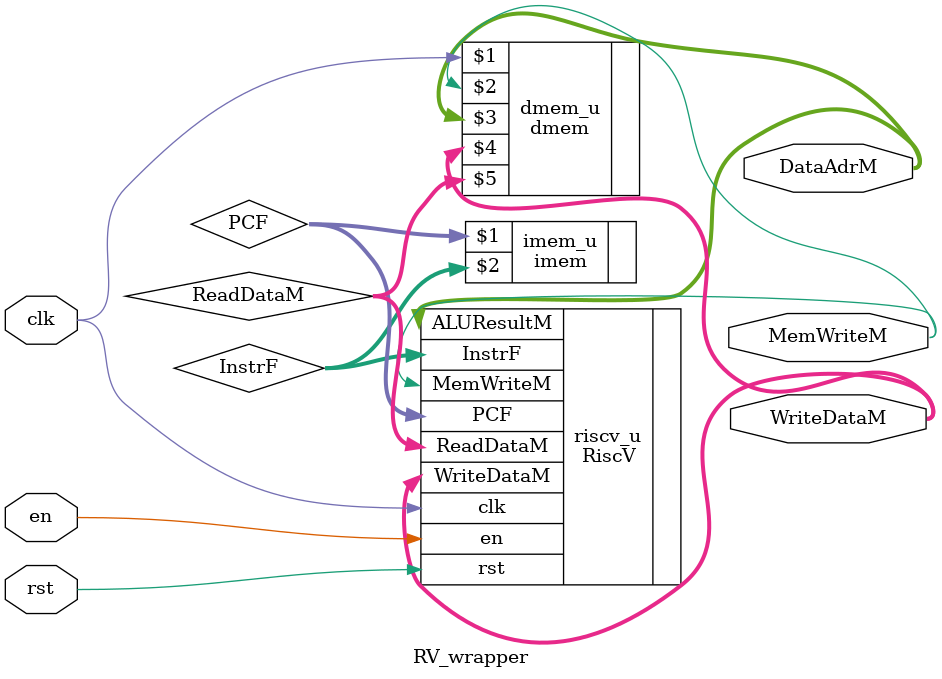
<source format=sv>
module RV_wrapper (
    input logic clk, rst, en,
    output logic [31:0] WriteDataM, DataAdrM,
    output logic MemWriteM
);
    logic [31:0] PCF, InstrF, ReadDataM;
    // instantiate processor and memories
    RiscV riscv_u(
	.clk, 
	.rst, 
	.en, 
	.PCF, 
	.InstrF, 
	.MemWriteM, 
	.ALUResultM(DataAdrM),
	.WriteDataM, 
	.ReadDataM
    );
    imem imem_u(PCF, InstrF);
    dmem dmem_u(clk, MemWriteM, DataAdrM, WriteDataM, ReadDataM);
endmodule   

</source>
